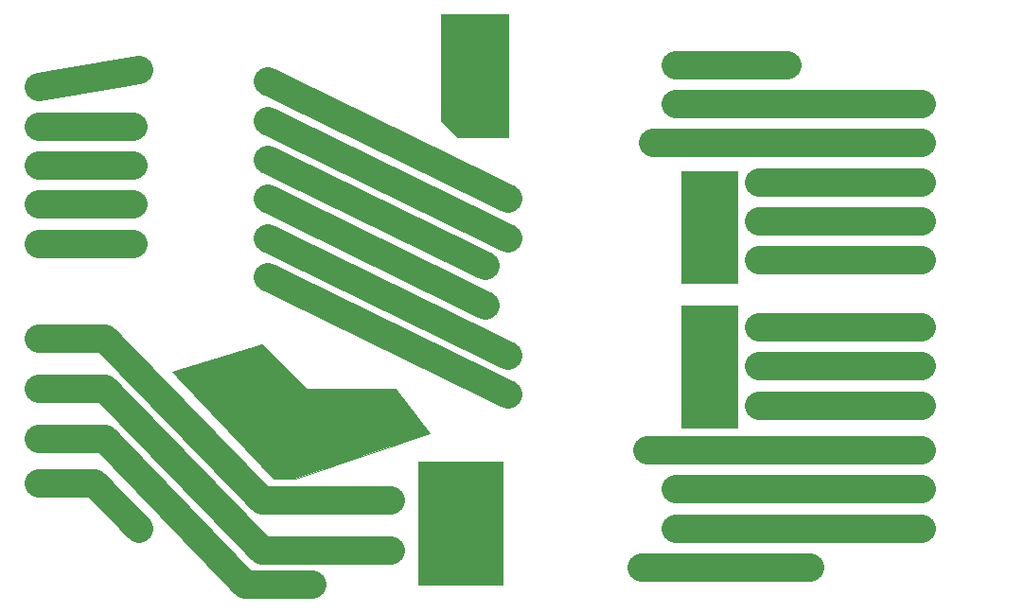
<source format=gbr>
From 50ad321f1feb6a698447b523d5b4ec000e94d3f8 Mon Sep 17 00:00:00 2001
From: jaseg <git@jaseg.net>
Date: Thu, 25 Apr 2019 14:08:42 +0900
Subject: driver: Finish R4 artwork and gerber export

---
 driver/gerber/driver-F_Mask.gbr | 155 +---------------------------------------
 1 file changed, 3 insertions(+), 152 deletions(-)

(limited to 'driver/gerber/driver-F_Mask.gbr')

diff --git a/driver/gerber/driver-F_Mask.gbr b/driver/gerber/driver-F_Mask.gbr
index ee6ef58..8cb289c 100644
--- a/driver/gerber/driver-F_Mask.gbr
+++ b/driver/gerber/driver-F_Mask.gbr
@@ -1,168 +1,19 @@
 G04 #@! TF.GenerationSoftware,KiCad,Pcbnew,(5.1.0-344-gd281f051e)*
-G04 #@! TF.CreationDate,2019-04-24T21:11:32+09:00*
+G04 #@! TF.CreationDate,2019-04-25T12:46:08+09:00*
 G04 #@! TF.ProjectId,driver,64726976-6572-42e6-9b69-6361645f7063,rev?*
 G04 #@! TF.SameCoordinates,Original*
 G04 #@! TF.FileFunction,Soldermask,Top*
 G04 #@! TF.FilePolarity,Negative*
 %FSLAX46Y46*%
 G04 Gerber Fmt 4.6, Leading zero omitted, Abs format (unit mm)*
-G04 Created by KiCad (PCBNEW (5.1.0-344-gd281f051e)) date 2019-04-24 21:11:32*
+G04 Created by KiCad (PCBNEW (5.1.0-344-gd281f051e)) date 2019-04-25 12:46:08*
 %MOMM*%
 %LPD*%
 G04 APERTURE LIST*
-%ADD10C,0.150000*%
-%ADD11C,2.500000*%
-%ADD12C,0.100000*%
+%ADD10C,0.100000*%
 G04 APERTURE END LIST*
 D10*
 G36*
-X143000000Y-132000000D02*
-G01*
-X138000000Y-132000000D01*
-X138000000Y-121000000D01*
-X143000000Y-121000000D01*
-X143000000Y-132000000D01*
-G37*
-X143000000Y-132000000D02*
-X138000000Y-132000000D01*
-X138000000Y-121000000D01*
-X143000000Y-121000000D01*
-X143000000Y-132000000D01*
-G36*
-X143000000Y-119000000D02*
-G01*
-X138000000Y-119000000D01*
-X138000000Y-109000000D01*
-X143000000Y-109000000D01*
-X143000000Y-119000000D01*
-G37*
-X143000000Y-119000000D02*
-X138000000Y-119000000D01*
-X138000000Y-109000000D01*
-X143000000Y-109000000D01*
-X143000000Y-119000000D01*
-G36*
-X122000000Y-146000000D02*
-G01*
-X114500000Y-146000000D01*
-X114500000Y-135000000D01*
-X122000000Y-135000000D01*
-X122000000Y-146000000D01*
-G37*
-X122000000Y-146000000D02*
-X114500000Y-146000000D01*
-X114500000Y-135000000D01*
-X122000000Y-135000000D01*
-X122000000Y-146000000D01*
-D11*
-X137500000Y-99500000D02*
-X147500000Y-99500000D01*
-X137500000Y-103000000D02*
-X159500000Y-103000000D01*
-X135500000Y-106500000D02*
-X159500000Y-106500000D01*
-X134500000Y-144500000D02*
-X149500000Y-144500000D01*
-X159500000Y-141000000D02*
-X137500000Y-141000000D01*
-X137500000Y-137500000D02*
-X159500000Y-137500000D01*
-X135000000Y-134000000D02*
-X159500000Y-134000000D01*
-X145000000Y-130000000D02*
-X159500000Y-130000000D01*
-X145000000Y-126500000D02*
-X159500000Y-126500000D01*
-X145000000Y-123000000D02*
-X159500000Y-123000000D01*
-X145000000Y-117000000D02*
-X159500000Y-117000000D01*
-X145000000Y-113500000D02*
-X159500000Y-113500000D01*
-X145000000Y-110000000D02*
-X159500000Y-110000000D01*
-D10*
-G36*
-X122500000Y-106000000D02*
-G01*
-X118000000Y-106000000D01*
-X116500000Y-104500000D01*
-X116500000Y-95000000D01*
-X122500000Y-95000000D01*
-X122500000Y-106000000D01*
-G37*
-X122500000Y-106000000D02*
-X118000000Y-106000000D01*
-X116500000Y-104500000D01*
-X116500000Y-95000000D01*
-X122500000Y-95000000D01*
-X122500000Y-106000000D01*
-G36*
-X104500000Y-128500000D02*
-G01*
-X112500000Y-128500000D01*
-X115500000Y-132500000D01*
-X103500000Y-136500000D01*
-X101500000Y-136500000D01*
-X92500000Y-127000000D01*
-X100500000Y-124500000D01*
-X104500000Y-128500000D01*
-G37*
-X104500000Y-128500000D02*
-X112500000Y-128500000D01*
-X115500000Y-132500000D01*
-X103500000Y-136500000D01*
-X101500000Y-136500000D01*
-X92500000Y-127000000D01*
-X100500000Y-124500000D01*
-X104500000Y-128500000D01*
-D11*
-X85500000Y-137000000D02*
-X89500000Y-141000000D01*
-X80500000Y-137000000D02*
-X85500000Y-137000000D01*
-X86500000Y-133000000D02*
-X80500000Y-133000000D01*
-X86500000Y-128500000D02*
-X80500000Y-128500000D01*
-X99000000Y-146000000D02*
-X105000000Y-146000000D01*
-X100500000Y-143000000D02*
-X112000000Y-143000000D01*
-X86500000Y-133000000D02*
-X99000000Y-146000000D01*
-X86500000Y-128500000D02*
-X100500000Y-143000000D01*
-X100500000Y-138500000D02*
-X112000000Y-138500000D01*
-X86500000Y-124000000D02*
-X100500000Y-138500000D01*
-X80500000Y-124000000D02*
-X86500000Y-124000000D01*
-X80500000Y-115500000D02*
-X89000000Y-115500000D01*
-X80500000Y-112000000D02*
-X89000000Y-112000000D01*
-X80500000Y-108500000D02*
-X89000000Y-108500000D01*
-X89500000Y-100000000D02*
-X80500000Y-101500000D01*
-X80500000Y-105000000D02*
-X89000000Y-105000000D01*
-X122500000Y-129000000D02*
-X101000000Y-118500000D01*
-X122500000Y-125500000D02*
-X101000000Y-115000000D01*
-X120500000Y-121000000D02*
-X101000000Y-111500000D01*
-X120500000Y-117500000D02*
-X101000000Y-108000000D01*
-X122500000Y-115000000D02*
-X101000000Y-104500000D01*
-X122500000Y-111500000D02*
-X101000000Y-101000000D01*
-D12*
-G36*
 X166181632Y-146104677D02*
 G01*
 X166487005Y-146231167D01*
-- 
cgit 


</source>
